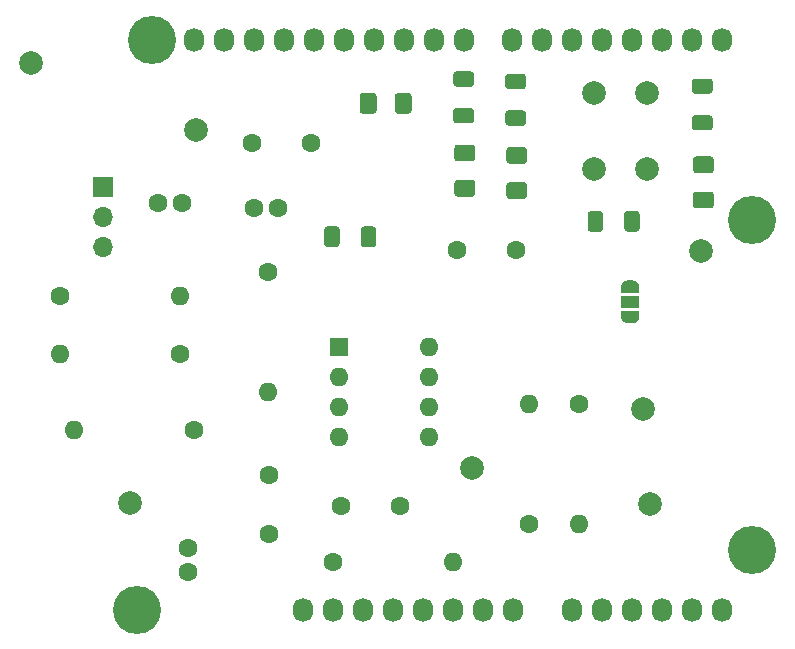
<source format=gbr>
%TF.GenerationSoftware,KiCad,Pcbnew,(5.1.9)-1*%
%TF.CreationDate,2021-05-23T14:15:34+02:00*%
%TF.ProjectId,NewRadar,4e657752-6164-4617-922e-6b696361645f,Radar_1v1.1*%
%TF.SameCoordinates,Original*%
%TF.FileFunction,Soldermask,Top*%
%TF.FilePolarity,Negative*%
%FSLAX46Y46*%
G04 Gerber Fmt 4.6, Leading zero omitted, Abs format (unit mm)*
G04 Created by KiCad (PCBNEW (5.1.9)-1) date 2021-05-23 14:15:34*
%MOMM*%
%LPD*%
G01*
G04 APERTURE LIST*
%ADD10R,1.600000X1.600000*%
%ADD11O,1.600000X1.600000*%
%ADD12C,1.600000*%
%ADD13R,1.700000X1.700000*%
%ADD14O,1.700000X1.700000*%
%ADD15O,1.727200X2.032000*%
%ADD16C,4.064000*%
%ADD17C,2.000000*%
%ADD18C,0.100000*%
%ADD19R,1.500000X1.000000*%
G04 APERTURE END LIST*
D10*
X142048000Y-101565000D03*
D11*
X149668000Y-109185000D03*
X142048000Y-104105000D03*
X149668000Y-106645000D03*
X142048000Y-106645000D03*
X149668000Y-104105000D03*
X142048000Y-109185000D03*
X149668000Y-101565000D03*
D12*
X135998000Y-95265000D03*
D11*
X135998000Y-105425000D03*
D13*
X122098000Y-88015000D03*
D14*
X122098000Y-90555000D03*
X122098000Y-93095000D03*
D12*
X139648000Y-84365000D03*
X134648000Y-84365000D03*
X147248000Y-115065000D03*
X142248000Y-115065000D03*
G36*
G01*
X145223000Y-80340000D02*
X145223000Y-81590000D01*
G75*
G02*
X144973000Y-81840000I-250000J0D01*
G01*
X144048000Y-81840000D01*
G75*
G02*
X143798000Y-81590000I0J250000D01*
G01*
X143798000Y-80340000D01*
G75*
G02*
X144048000Y-80090000I250000J0D01*
G01*
X144973000Y-80090000D01*
G75*
G02*
X145223000Y-80340000I0J-250000D01*
G01*
G37*
G36*
G01*
X148198000Y-80340000D02*
X148198000Y-81590000D01*
G75*
G02*
X147948000Y-81840000I-250000J0D01*
G01*
X147023000Y-81840000D01*
G75*
G02*
X146773000Y-81590000I0J250000D01*
G01*
X146773000Y-80340000D01*
G75*
G02*
X147023000Y-80090000I250000J0D01*
G01*
X147948000Y-80090000D01*
G75*
G02*
X148198000Y-80340000I0J-250000D01*
G01*
G37*
D15*
X161798000Y-123825000D03*
X164338000Y-123825000D03*
X166878000Y-123825000D03*
X169418000Y-123825000D03*
X171958000Y-123825000D03*
X174498000Y-123825000D03*
X129794000Y-75565000D03*
X132334000Y-75565000D03*
X134874000Y-75565000D03*
X137414000Y-75565000D03*
X139954000Y-75565000D03*
X142494000Y-75565000D03*
X145034000Y-75565000D03*
X147574000Y-75565000D03*
X150114000Y-75565000D03*
X152654000Y-75565000D03*
X156718000Y-75565000D03*
X159258000Y-75565000D03*
X161798000Y-75565000D03*
X164338000Y-75565000D03*
X166878000Y-75565000D03*
X169418000Y-75565000D03*
X171958000Y-75565000D03*
X174498000Y-75565000D03*
D16*
X124968000Y-123825000D03*
X177038000Y-118745000D03*
X126238000Y-75565000D03*
X177038000Y-90805000D03*
D12*
X136848000Y-89865000D03*
X134848000Y-89865000D03*
X126748000Y-89365000D03*
X128748000Y-89365000D03*
X136098000Y-117415000D03*
X136098000Y-112415000D03*
X129298000Y-118615000D03*
X129298000Y-120615000D03*
G36*
G01*
X157723000Y-89065000D02*
X156473000Y-89065000D01*
G75*
G02*
X156223000Y-88815000I0J250000D01*
G01*
X156223000Y-87890000D01*
G75*
G02*
X156473000Y-87640000I250000J0D01*
G01*
X157723000Y-87640000D01*
G75*
G02*
X157973000Y-87890000I0J-250000D01*
G01*
X157973000Y-88815000D01*
G75*
G02*
X157723000Y-89065000I-250000J0D01*
G01*
G37*
G36*
G01*
X157723000Y-86090000D02*
X156473000Y-86090000D01*
G75*
G02*
X156223000Y-85840000I0J250000D01*
G01*
X156223000Y-84915000D01*
G75*
G02*
X156473000Y-84665000I250000J0D01*
G01*
X157723000Y-84665000D01*
G75*
G02*
X157973000Y-84915000I0J-250000D01*
G01*
X157973000Y-85840000D01*
G75*
G02*
X157723000Y-86090000I-250000J0D01*
G01*
G37*
G36*
G01*
X153323000Y-85890000D02*
X152073000Y-85890000D01*
G75*
G02*
X151823000Y-85640000I0J250000D01*
G01*
X151823000Y-84715000D01*
G75*
G02*
X152073000Y-84465000I250000J0D01*
G01*
X153323000Y-84465000D01*
G75*
G02*
X153573000Y-84715000I0J-250000D01*
G01*
X153573000Y-85640000D01*
G75*
G02*
X153323000Y-85890000I-250000J0D01*
G01*
G37*
G36*
G01*
X153323000Y-88865000D02*
X152073000Y-88865000D01*
G75*
G02*
X151823000Y-88615000I0J250000D01*
G01*
X151823000Y-87690000D01*
G75*
G02*
X152073000Y-87440000I250000J0D01*
G01*
X153323000Y-87440000D01*
G75*
G02*
X153573000Y-87690000I0J-250000D01*
G01*
X153573000Y-88615000D01*
G75*
G02*
X153323000Y-88865000I-250000J0D01*
G01*
G37*
G36*
G01*
X173523000Y-89865000D02*
X172273000Y-89865000D01*
G75*
G02*
X172023000Y-89615000I0J250000D01*
G01*
X172023000Y-88690000D01*
G75*
G02*
X172273000Y-88440000I250000J0D01*
G01*
X173523000Y-88440000D01*
G75*
G02*
X173773000Y-88690000I0J-250000D01*
G01*
X173773000Y-89615000D01*
G75*
G02*
X173523000Y-89865000I-250000J0D01*
G01*
G37*
G36*
G01*
X173523000Y-86890000D02*
X172273000Y-86890000D01*
G75*
G02*
X172023000Y-86640000I0J250000D01*
G01*
X172023000Y-85715000D01*
G75*
G02*
X172273000Y-85465000I250000J0D01*
G01*
X173523000Y-85465000D01*
G75*
G02*
X173773000Y-85715000I0J-250000D01*
G01*
X173773000Y-86640000D01*
G75*
G02*
X173523000Y-86890000I-250000J0D01*
G01*
G37*
X118398000Y-97265000D03*
D11*
X128558000Y-97265000D03*
X118388000Y-102165000D03*
D12*
X128548000Y-102165000D03*
D11*
X119638000Y-108665000D03*
D12*
X129798000Y-108665000D03*
X141538000Y-119815000D03*
D11*
X151698000Y-119815000D03*
G36*
G01*
X142098000Y-91639999D02*
X142098000Y-92890001D01*
G75*
G02*
X141848001Y-93140000I-249999J0D01*
G01*
X141047999Y-93140000D01*
G75*
G02*
X140798000Y-92890001I0J249999D01*
G01*
X140798000Y-91639999D01*
G75*
G02*
X141047999Y-91390000I249999J0D01*
G01*
X141848001Y-91390000D01*
G75*
G02*
X142098000Y-91639999I0J-249999D01*
G01*
G37*
G36*
G01*
X145198000Y-91639999D02*
X145198000Y-92890001D01*
G75*
G02*
X144948001Y-93140000I-249999J0D01*
G01*
X144147999Y-93140000D01*
G75*
G02*
X143898000Y-92890001I0J249999D01*
G01*
X143898000Y-91639999D01*
G75*
G02*
X144147999Y-91390000I249999J0D01*
G01*
X144948001Y-91390000D01*
G75*
G02*
X145198000Y-91639999I0J-249999D01*
G01*
G37*
X162398000Y-116575000D03*
D12*
X162398000Y-106415000D03*
G36*
G01*
X157623001Y-82865000D02*
X156372999Y-82865000D01*
G75*
G02*
X156123000Y-82615001I0J249999D01*
G01*
X156123000Y-81814999D01*
G75*
G02*
X156372999Y-81565000I249999J0D01*
G01*
X157623001Y-81565000D01*
G75*
G02*
X157873000Y-81814999I0J-249999D01*
G01*
X157873000Y-82615001D01*
G75*
G02*
X157623001Y-82865000I-249999J0D01*
G01*
G37*
G36*
G01*
X157623001Y-79765000D02*
X156372999Y-79765000D01*
G75*
G02*
X156123000Y-79515001I0J249999D01*
G01*
X156123000Y-78714999D01*
G75*
G02*
X156372999Y-78465000I249999J0D01*
G01*
X157623001Y-78465000D01*
G75*
G02*
X157873000Y-78714999I0J-249999D01*
G01*
X157873000Y-79515001D01*
G75*
G02*
X157623001Y-79765000I-249999J0D01*
G01*
G37*
G36*
G01*
X153223001Y-79565000D02*
X151972999Y-79565000D01*
G75*
G02*
X151723000Y-79315001I0J249999D01*
G01*
X151723000Y-78514999D01*
G75*
G02*
X151972999Y-78265000I249999J0D01*
G01*
X153223001Y-78265000D01*
G75*
G02*
X153473000Y-78514999I0J-249999D01*
G01*
X153473000Y-79315001D01*
G75*
G02*
X153223001Y-79565000I-249999J0D01*
G01*
G37*
G36*
G01*
X153223001Y-82665000D02*
X151972999Y-82665000D01*
G75*
G02*
X151723000Y-82415001I0J249999D01*
G01*
X151723000Y-81614999D01*
G75*
G02*
X151972999Y-81365000I249999J0D01*
G01*
X153223001Y-81365000D01*
G75*
G02*
X153473000Y-81614999I0J-249999D01*
G01*
X153473000Y-82415001D01*
G75*
G02*
X153223001Y-82665000I-249999J0D01*
G01*
G37*
G36*
G01*
X173423001Y-83265000D02*
X172172999Y-83265000D01*
G75*
G02*
X171923000Y-83015001I0J249999D01*
G01*
X171923000Y-82214999D01*
G75*
G02*
X172172999Y-81965000I249999J0D01*
G01*
X173423001Y-81965000D01*
G75*
G02*
X173673000Y-82214999I0J-249999D01*
G01*
X173673000Y-83015001D01*
G75*
G02*
X173423001Y-83265000I-249999J0D01*
G01*
G37*
G36*
G01*
X173423001Y-80165000D02*
X172172999Y-80165000D01*
G75*
G02*
X171923000Y-79915001I0J249999D01*
G01*
X171923000Y-79114999D01*
G75*
G02*
X172172999Y-78865000I249999J0D01*
G01*
X173423001Y-78865000D01*
G75*
G02*
X173673000Y-79114999I0J-249999D01*
G01*
X173673000Y-79915001D01*
G75*
G02*
X173423001Y-80165000I-249999J0D01*
G01*
G37*
G36*
G01*
X167498000Y-90339999D02*
X167498000Y-91590001D01*
G75*
G02*
X167248001Y-91840000I-249999J0D01*
G01*
X166447999Y-91840000D01*
G75*
G02*
X166198000Y-91590001I0J249999D01*
G01*
X166198000Y-90339999D01*
G75*
G02*
X166447999Y-90090000I249999J0D01*
G01*
X167248001Y-90090000D01*
G75*
G02*
X167498000Y-90339999I0J-249999D01*
G01*
G37*
G36*
G01*
X164398000Y-90339999D02*
X164398000Y-91590001D01*
G75*
G02*
X164148001Y-91840000I-249999J0D01*
G01*
X163347999Y-91840000D01*
G75*
G02*
X163098000Y-91590001I0J249999D01*
G01*
X163098000Y-90339999D01*
G75*
G02*
X163347999Y-90090000I249999J0D01*
G01*
X164148001Y-90090000D01*
G75*
G02*
X164398000Y-90339999I0J-249999D01*
G01*
G37*
D17*
X163598000Y-80065000D03*
X168098000Y-80065000D03*
X163598000Y-86565000D03*
X168098000Y-86565000D03*
X129898000Y-83215000D03*
X115948000Y-77515000D03*
X153348000Y-111815000D03*
X168398000Y-114865000D03*
X124348000Y-114765000D03*
X167798000Y-106815000D03*
D12*
X158098000Y-116615000D03*
D11*
X158098000Y-106455000D03*
D18*
G36*
X167448000Y-98515000D02*
G01*
X167448000Y-99065000D01*
X167447398Y-99065000D01*
X167447398Y-99089534D01*
X167442588Y-99138365D01*
X167433016Y-99186490D01*
X167418772Y-99233445D01*
X167399995Y-99278778D01*
X167376864Y-99322051D01*
X167349604Y-99362850D01*
X167318476Y-99400779D01*
X167283779Y-99435476D01*
X167245850Y-99466604D01*
X167205051Y-99493864D01*
X167161778Y-99516995D01*
X167116445Y-99535772D01*
X167069490Y-99550016D01*
X167021365Y-99559588D01*
X166972534Y-99564398D01*
X166948000Y-99564398D01*
X166948000Y-99565000D01*
X166448000Y-99565000D01*
X166448000Y-99564398D01*
X166423466Y-99564398D01*
X166374635Y-99559588D01*
X166326510Y-99550016D01*
X166279555Y-99535772D01*
X166234222Y-99516995D01*
X166190949Y-99493864D01*
X166150150Y-99466604D01*
X166112221Y-99435476D01*
X166077524Y-99400779D01*
X166046396Y-99362850D01*
X166019136Y-99322051D01*
X165996005Y-99278778D01*
X165977228Y-99233445D01*
X165962984Y-99186490D01*
X165953412Y-99138365D01*
X165948602Y-99089534D01*
X165948602Y-99065000D01*
X165948000Y-99065000D01*
X165948000Y-98515000D01*
X167448000Y-98515000D01*
G37*
G36*
X165948602Y-96465000D02*
G01*
X165948602Y-96440466D01*
X165953412Y-96391635D01*
X165962984Y-96343510D01*
X165977228Y-96296555D01*
X165996005Y-96251222D01*
X166019136Y-96207949D01*
X166046396Y-96167150D01*
X166077524Y-96129221D01*
X166112221Y-96094524D01*
X166150150Y-96063396D01*
X166190949Y-96036136D01*
X166234222Y-96013005D01*
X166279555Y-95994228D01*
X166326510Y-95979984D01*
X166374635Y-95970412D01*
X166423466Y-95965602D01*
X166448000Y-95965602D01*
X166448000Y-95965000D01*
X166948000Y-95965000D01*
X166948000Y-95965602D01*
X166972534Y-95965602D01*
X167021365Y-95970412D01*
X167069490Y-95979984D01*
X167116445Y-95994228D01*
X167161778Y-96013005D01*
X167205051Y-96036136D01*
X167245850Y-96063396D01*
X167283779Y-96094524D01*
X167318476Y-96129221D01*
X167349604Y-96167150D01*
X167376864Y-96207949D01*
X167399995Y-96251222D01*
X167418772Y-96296555D01*
X167433016Y-96343510D01*
X167442588Y-96391635D01*
X167447398Y-96440466D01*
X167447398Y-96465000D01*
X167448000Y-96465000D01*
X167448000Y-97015000D01*
X165948000Y-97015000D01*
X165948000Y-96465000D01*
X165948602Y-96465000D01*
G37*
D19*
X166698000Y-97765000D03*
D15*
X138958000Y-123865000D03*
X141498000Y-123865000D03*
X144038000Y-123865000D03*
X146578000Y-123865000D03*
X149118000Y-123865000D03*
X151658000Y-123865000D03*
X154198000Y-123865000D03*
X156738000Y-123865000D03*
D17*
X172698000Y-93465000D03*
D12*
X151998000Y-93365000D03*
X156998000Y-93365000D03*
M02*

</source>
